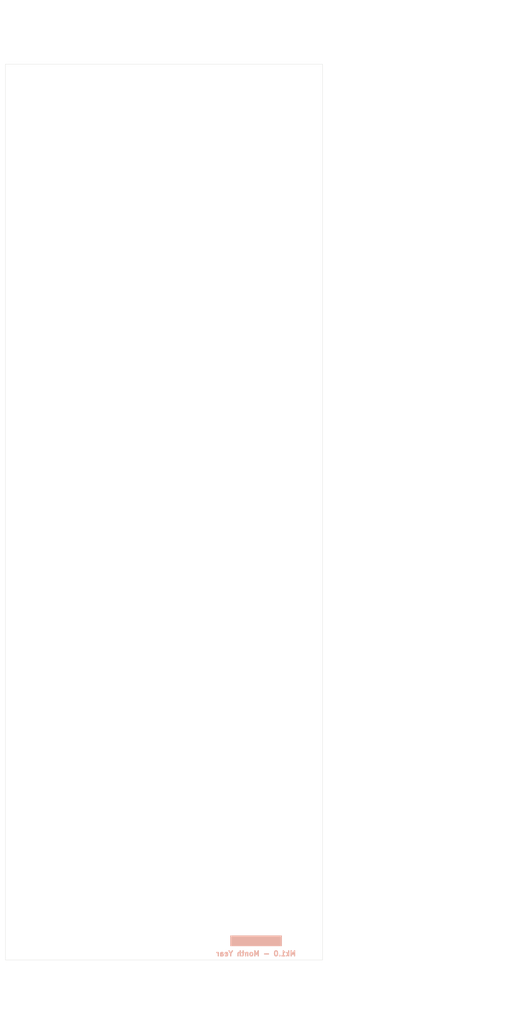
<source format=kicad_pcb>
(kicad_pcb
	(version 20240108)
	(generator "pcbnew")
	(generator_version "8.0")
	(general
		(thickness 1.6)
		(legacy_teardrops no)
	)
	(paper "A4" portrait)
	(title_block
		(rev "1")
		(company "DMH Instruments")
		(comment 1 "10cm Kosmo format synthesizer module PCB")
	)
	(layers
		(0 "F.Cu" signal)
		(31 "B.Cu" signal)
		(32 "B.Adhes" user "B.Adhesive")
		(33 "F.Adhes" user "F.Adhesive")
		(34 "B.Paste" user)
		(35 "F.Paste" user)
		(36 "B.SilkS" user "B.Silkscreen")
		(37 "F.SilkS" user "F.Silkscreen")
		(38 "B.Mask" user)
		(39 "F.Mask" user)
		(40 "Dwgs.User" user "User.Drawings")
		(41 "Cmts.User" user "User.Comments")
		(42 "Eco1.User" user "User.Eco1")
		(43 "Eco2.User" user "User.Eco2")
		(44 "Edge.Cuts" user)
		(45 "Margin" user)
		(46 "B.CrtYd" user "B.Courtyard")
		(47 "F.CrtYd" user "F.Courtyard")
		(48 "B.Fab" user)
		(49 "F.Fab" user)
		(50 "User.1" user "User.LayoutGuide")
		(51 "User.2" user)
		(52 "User.3" user)
		(53 "User.4" user)
		(54 "User.5" user)
		(55 "User.6" user)
		(56 "User.7" user)
		(57 "User.8" user)
		(58 "User.9" user "User.FrontPanelEdge")
	)
	(setup
		(stackup
			(layer "F.SilkS"
				(type "Top Silk Screen")
			)
			(layer "F.Paste"
				(type "Top Solder Paste")
			)
			(layer "F.Mask"
				(type "Top Solder Mask")
				(thickness 0.01)
			)
			(layer "F.Cu"
				(type "copper")
				(thickness 0.035)
			)
			(layer "dielectric 1"
				(type "core")
				(thickness 1.51)
				(material "FR4")
				(epsilon_r 4.5)
				(loss_tangent 0.02)
			)
			(layer "B.Cu"
				(type "copper")
				(thickness 0.035)
			)
			(layer "B.Mask"
				(type "Bottom Solder Mask")
				(thickness 0.01)
			)
			(layer "B.Paste"
				(type "Bottom Solder Paste")
			)
			(layer "B.SilkS"
				(type "Bottom Silk Screen")
			)
			(copper_finish "HAL lead-free")
			(dielectric_constraints no)
		)
		(pad_to_mask_clearance 0)
		(allow_soldermask_bridges_in_footprints no)
		(grid_origin 50 30)
		(pcbplotparams
			(layerselection 0x00010fc_ffffffff)
			(plot_on_all_layers_selection 0x0000000_00000000)
			(disableapertmacros no)
			(usegerberextensions no)
			(usegerberattributes yes)
			(usegerberadvancedattributes yes)
			(creategerberjobfile yes)
			(dashed_line_dash_ratio 12.000000)
			(dashed_line_gap_ratio 3.000000)
			(svgprecision 4)
			(plotframeref no)
			(viasonmask no)
			(mode 1)
			(useauxorigin no)
			(hpglpennumber 1)
			(hpglpenspeed 20)
			(hpglpendiameter 15.000000)
			(pdf_front_fp_property_popups yes)
			(pdf_back_fp_property_popups yes)
			(dxfpolygonmode yes)
			(dxfimperialunits yes)
			(dxfusepcbnewfont yes)
			(psnegative no)
			(psa4output no)
			(plotreference yes)
			(plotvalue yes)
			(plotfptext yes)
			(plotinvisibletext no)
			(sketchpadsonfab no)
			(subtractmaskfromsilk no)
			(outputformat 1)
			(mirror no)
			(drillshape 1)
			(scaleselection 1)
			(outputdirectory "")
		)
	)
	(net 0 "")
	(gr_rect
		(start 95 212.75)
		(end 105 214.75)
		(stroke
			(width 0.1)
			(type solid)
		)
		(fill solid)
		(layer "B.SilkS")
		(uuid "25d5093d-a66b-4d27-80d1-570cdcc8937b")
	)
	(gr_line
		(start 72.5 116.5)
		(end 72.5 123.5)
		(stroke
			(width 0.1)
			(type default)
		)
		(layer "Cmts.User")
		(uuid "03296b63-f1fb-4c27-83f2-31a17325fbd1")
	)
	(gr_line
		(start 117.2 209)
		(end 126.8 209)
		(stroke
			(width 0.1)
			(type default)
		)
		(layer "Cmts.User")
		(uuid "03fa5701-432e-4781-8506-fe18ac612176")
	)
	(gr_line
		(start 122 185.2)
		(end 122 194.8)
		(stroke
			(width 0.1)
			(type default)
		)
		(layer "Cmts.User")
		(uuid "046869e7-231c-4932-b703-157b73bed63c")
	)
	(gr_line
		(start 140 65.2)
		(end 140 74.8)
		(stroke
			(width 0.1)
			(type default)
		)
		(layer "Cmts.User")
		(uuid "051fe782-6d13-4b2a-9009-ace83ee4fbd2")
	)
	(gr_line
		(start 140 185.2)
		(end 140 194.8)
		(stroke
			(width 0.1)
			(type default)
		)
		(layer "Cmts.User")
		(uuid "0df5f386-57c8-4bf9-ab1c-b20dc516d68d")
	)
	(gr_circle
		(center 122 70)
		(end 126.8 70)
		(stroke
			(width 0.1)
			(type default)
		)
		(fill none)
		(layer "Cmts.User")
		(uuid "0f1f416f-8643-4f1c-829c-2867504dd552")
	)
	(gr_circle
		(center 140 70)
		(end 144.8 70)
		(stroke
			(width 0.1)
			(type default)
		)
		(fill none)
		(layer "Cmts.User")
		(uuid "162f991f-04b6-4c3c-a82a-6a46ab44233b")
	)
	(gr_line
		(start 117.2 171)
		(end 126.8 171)
		(stroke
			(width 0.1)
			(type default)
		)
		(layer "Cmts.User")
		(uuid "1ac5b439-a630-4a05-bdc6-6f5294bc55d6")
	)
	(gr_line
		(start 140 46.2)
		(end 140 55.8)
		(stroke
			(width 0.1)
			(type default)
		)
		(layer "Cmts.User")
		(uuid "1cdddfea-adeb-421f-84f6-ae90ec9028d3")
	)
	(gr_line
		(start 122 105.2)
		(end 122 114.8)
		(stroke
			(width 0.1)
			(type default)
		)
		(layer "Cmts.User")
		(uuid "1ffdbae5-ee4a-4c7d-911b-2b9a05e1e1fe")
	)
	(gr_line
		(start 72.5 146.15)
		(end 72.5 152.15)
		(stroke
			(width 0.1)
			(type default)
		)
		(layer "Cmts.User")
		(uuid "213599d7-7721-4733-b533-3f2eec23e887")
	)
	(gr_line
		(start 140 204.2)
		(end 140 213.8)
		(stroke
			(width 0.1)
			(type default)
		)
		(layer "Cmts.User")
		(uuid "226b857a-a3da-4887-a28b-bb8d9396617f")
	)
	(gr_circle
		(center 100 145)
		(end 100 148.5)
		(stroke
			(width 0.1)
			(type default)
		)
		(fill none)
		(layer "Cmts.User")
		(uuid "2abe52e6-e818-4fcc-a9f5-f41eefb817d8")
	)
	(gr_line
		(start 100 81.5)
		(end 100 88.5)
		(stroke
			(width 0.1)
			(type default)
		)
		(layer "Cmts.User")
		(uuid "2bff2995-cfb8-4797-8049-19c1efaaeed1")
	)
	(gr_line
		(start 96.5 205)
		(end 103.5 205)
		(stroke
			(width 0.1)
			(type default)
		)
		(layer "Cmts.User")
		(uuid "2e324d42-73f8-40fb-9e12-8309db147ff1")
	)
	(gr_circle
		(center 72.5 60.5)
		(end 72.5 64)
		(stroke
			(width 0.1)
			(type default)
		)
		(fill none)
		(layer "Cmts.User")
		(uuid "2ed1cd3d-5183-4b3f-84cb-590ee4c7fb47")
	)
	(gr_line
		(start 122 166.2)
		(end 122 175.8)
		(stroke
			(width 0.1)
			(type default)
		)
		(layer "Cmts.User")
		(uuid "31dc9388-25b8-412c-92fd-cce94964fe9e")
	)
	(gr_circle
		(center 140 89)
		(end 144.8 89)
		(stroke
			(width 0.1)
			(type default)
		)
		(fill none)
		(layer "Cmts.User")
		(uuid "347d27e1-207f-4af9-8a58-052522dc7da5")
	)
	(gr_line
		(start 72.5 206.15)
		(end 72.5 212.15)
		(stroke
			(width 0.1)
			(type default)
		)
		(layer "Cmts.User")
		(uuid "3e2860e4-7924-4a95-9d4b-3420aee97026")
	)
	(gr_circle
		(center 140 130)
		(end 144.8 130)
		(stroke
			(width 0.1)
			(type default)
		)
		(fill none)
		(layer "Cmts.User")
		(uuid "3f665360-89a5-4956-a825-d1758d6a68d1")
	)
	(gr_circle
		(center 72.5 120)
		(end 72.5 123.5)
		(stroke
			(width 0.1)
			(type default)
		)
		(fill none)
		(layer "Cmts.User")
		(uuid "441ca3c8-d448-496a-91d1-17c1c1dc5f37")
	)
	(gr_circle
		(center 140 171)
		(end 144.8 171)
		(stroke
			(width 0.1)
			(type default)
		)
		(fill none)
		(layer "Cmts.User")
		(uuid "4580f27b-65ec-460a-8ff9-5fd33413eae1")
	)
	(gr_line
		(start 122 204.2)
		(end 122 213.8)
		(stroke
			(width 0.1)
			(type default)
		)
		(layer "Cmts.User")
		(uuid "4823f392-2f44-4df2-b2e5-c4f80decfada")
	)
	(gr_line
		(start 117.2 89)
		(end 126.8 89)
		(stroke
			(width 0.1)
			(type default)
		)
		(layer "Cmts.User")
		(uuid "497e250d-fd0c-4290-b46b-eaecc6c207d4")
	)
	(gr_line
		(start 69 120)
		(end 76 120)
		(stroke
			(width 0.1)
			(type default)
		)
		(layer "Cmts.User")
		(uuid "4adc377e-641a-40d5-9efb-192ac29667a8")
	)
	(gr_line
		(start 100 201.5)
		(end 100 208.5)
		(stroke
			(width 0.1)
			(type default)
		)
		(layer "Cmts.User")
		(uuid "4b9ed16e-8b2d-498d-82f9-41e868f68fd1")
	)
	(gr_line
		(start 69.5 149.15)
		(end 75.5 149.15)
		(stroke
			(width 0.1)
			(type default)
		)
		(layer "Cmts.User")
		(uuid "4cc53d9f-d593-42c6-87a9-265cb78b8ce6")
	)
	(gr_circle
		(center 122 209)
		(end 126.8 209)
		(stroke
			(width 0.1)
			(type default)
		)
		(fill none)
		(layer "Cmts.User")
		(uuid "4d56450d-656a-4655-8487-07abd4a7c9f7")
	)
	(gr_line
		(start 135.2 89)
		(end 144.8 89)
		(stroke
			(width 0.1)
			(type default)
		)
		(layer "Cmts.User")
		(uuid "4da23109-1dc3-4e85-aff4-e71e43dde434")
	)
	(gr_circle
		(center 72.5 180.5)
		(end 72.5 184)
		(stroke
			(width 0.1)
			(type default)
		)
		(fill none)
		(layer "Cmts.User")
		(uuid "54160c74-23a1-4d25-8d23-9870e06b2efd")
	)
	(gr_line
		(start 135.2 51)
		(end 144.8 51)
		(stroke
			(width 0.1)
			(type default)
		)
		(layer "Cmts.User")
		(uuid "592c0c56-b9b2-4135-b696-62a915f7e4d8")
	)
	(gr_line
		(start 96.5 85)
		(end 103.5 85)
		(stroke
			(width 0.1)
			(type default)
		)
		(layer "Cmts.User")
		(uuid "6035e21e-6e30-4e1d-8904-ba1b4d846207")
	)
	(gr_line
		(start 96.5 145)
		(end 103.5 145)
		(stroke
			(width 0.1)
			(type default)
		)
		(layer "Cmts.User")
		(uuid "645d5a32-41ef-4970-993f-bbab7ad56e8c")
	)
	(gr_line
		(start 69 180.5)
		(end 76 180.5)
		(stroke
			(width 0.1)
			(type default)
		)
		(layer "Cmts.User")
		(uuid "6a892f2b-1105-4899-86fa-62d488aadc7b")
	)
	(gr_line
		(start 72.5 57)
		(end 72.5 64)
		(stroke
			(width 0.1)
			(type default)
		)
		(layer "Cmts.User")
		(uuid "6cb897bb-2869-445e-ab14-fc3626d73159")
	)
	(gr_line
		(start 135.2 209)
		(end 144.8 209)
		(stroke
			(width 0.1)
			(type default)
		)
		(layer "Cmts.User")
		(uuid "6d8e242d-42e8-4f7b-bc93-4fe64c581c9f")
	)
	(gr_line
		(start 100 141.5)
		(end 100 148.5)
		(stroke
			(width 0.1)
			(type default)
		)
		(layer "Cmts.User")
		(uuid "70542881-ef90-48af-9928-4f65e4669c3e")
	)
	(gr_line
		(start 117.2 149)
		(end 126.8 149)
		(stroke
			(width 0.1)
			(type default)
		)
		(layer "Cmts.User")
		(uuid "7119ce95-6ce1-4169-a48e-8ba5c0bbde88")
	)
	(gr_circle
		(center 140 51)
		(end 144.8 51)
		(stroke
			(width 0.1)
			(type default)
		)
		(fill none)
		(layer "Cmts.User")
		(uuid "735ccaa5-6f5e-40cc-8fca-55f4d98cccff")
	)
	(gr_circle
		(center 72.5 149.15)
		(end 75.5 149.15)
		(stroke
			(width 0.1)
			(type default)
		)
		(fill none)
		(layer "Cmts.User")
		(uuid "7b55584f-f8a0-4207-9dd7-e38596c53bd4")
	)
	(gr_circle
		(center 122 130)
		(end 126.8 130)
		(stroke
			(width 0.1)
			(type default)
		)
		(fill none)
		(layer "Cmts.User")
		(uuid "7dec6973-e089-49ca-9e79-1f3a60dbd5eb")
	)
	(gr_line
		(start 122 46.2)
		(end 122 55.8)
		(stroke
			(width 0.1)
			(type default)
		)
		(layer "Cmts.User")
		(uuid "7fa7cdff-6c24-47fb-8529-1d435ea4ee81")
	)
	(gr_line
		(start 135.2 149)
		(end 144.8 149)
		(stroke
			(width 0.1)
			(type default)
		)
		(layer "Cmts.User")
		(uuid "7fe89cef-c7ac-43d0-bde3-6c30563c2e50")
	)
	(gr_circle
		(center 122 110)
		(end 126.8 110)
		(stroke
			(width 0.1)
			(type default)
		)
		(fill none)
		(layer "Cmts.User")
		(uuid "8073afac-5f7f-48b5-87ff-38c99d5dd2e1")
	)
	(gr_line
		(start 117.2 70)
		(end 126.8 70)
		(stroke
			(width 0.1)
			(type default)
		)
		(layer "Cmts.User")
		(uuid "81c87b56-8fd5-47da-873e-577dbabb25de")
	)
	(gr_line
		(start 72.5 86.15)
		(end 72.5 92.15)
		(stroke
			(width 0.1)
			(type default)
		)
		(layer "Cmts.User")
		(uuid "82513024-6f60-4d20-b76f-67447d25536f")
	)
	(gr_line
		(start 135.2 110)
		(end 144.8 110)
		(stroke
			(width 0.1)
			(type default)
		)
		(layer "Cmts.User")
		(uuid "833b4ed5-478f-4a32-963b-8b94415967b5")
	)
	(gr_circle
		(center 140 209)
		(end 144.8 209)
		(stroke
			(width 0.1)
			(type default)
		)
		(fill none)
		(layer "Cmts.User")
		(uuid "85908601-09a1-46d4-bf17-a1971db4f43e")
	)
	(gr_line
		(start 122 65.2)
		(end 122 74.8)
		(stroke
			(width 0.1)
			(type default)
		)
		(layer "Cmts.User")
		(uuid "87d54e34-317c-4fae-84af-c107b25be309")
	)
	(gr_line
		(start 140 125.2)
		(end 140 134.8)
		(stroke
			(width 0.1)
			(type default)
		)
		(layer "Cmts.User")
		(uuid "88ea01e8-a090-47af-a185-c705aedb6412")
	)
	(gr_circle
		(center 122 51)
		(end 126.8 51)
		(stroke
			(width 0.1)
			(type default)
		)
		(fill none)
		(layer "Cmts.User")
		(uuid "89f1a560-f95a-4da9-820a-cd2818f6c649")
	)
	(gr_circle
		(center 140 190)
		(end 144.8 190)
		(stroke
			(width 0.1)
			(type default)
		)
		(fill none)
		(layer "Cmts.User")
		(uuid "8a2e75a3-b7fb-4e56-8f82-2d47d67679df")
	)
	(gr_circle
		(center 100 85)
		(end 100 88.5)
		(stroke
			(width 0.1)
			(type default)
		)
		(fill none)
		(layer "Cmts.User")
		(uuid "8c8eadb7-5375-45be-bfbb-21b7a82efe98")
	)
	(gr_line
		(start 135.2 171)
		(end 144.8 171)
		(stroke
			(width 0.1)
			(type default)
		)
		(layer "Cmts.User")
		(uuid "8c9d324a-d553-48bc-b16f-7db513359465")
	)
	(gr_circle
		(center 122 171)
		(end 126.8 171)
		(stroke
			(width 0.1)
			(type default)
		)
		(fill none)
		(layer "Cmts.User")
		(uuid "9e70ab9a-6dc9-4c0e-be66-2f8b9db2efe2")
	)
	(gr_line
		(start 69.5 209.15)
		(end 75.5 209.15)
		(stroke
			(width 0.1)
			(type default)
		)
		(layer "Cmts.User")
		(uuid "a161acb3-d612-4bd6-b542-5e00d82737a7")
	)
	(gr_line
		(start 117.2 130)
		(end 126.8 130)
		(stroke
			(width 0.1)
			(type default)
		)
		(layer "Cmts.User")
		(uuid "a261b9a1-92d9-45cb-970a-eba3f65ff316")
	)
	(gr_circle
		(center 72.5 89.15)
		(end 75.5 89.15)
		(stroke
			(width 0.1)
			(type default)
		)
		(fill none)
		(layer "Cmts.User")
		(uuid "a8e02e3c-a0d2-4f52-aa54-0fd91745911d")
	)
	(gr_line
		(start 140 84.2)
		(end 140 93.8)
		(stroke
			(width 0.1)
			(type default)
		)
		(layer "Cmts.User")
		(uuid "ab7a810d-45f5-4680-b58e-10af92fc740f")
	)
	(gr_line
		(start 140 144.2)
		(end 140 153.8)
		(stroke
			(width 0.1)
			(type default)
		)
		(layer "Cmts.User")
		(uuid "ac599877-7dba-4337-8c39-5ce6878041b1")
	)
	(gr_line
		(start 117.2 110)
		(end 126.8 110)
		(stroke
			(width 0.1)
			(type default)
		)
		(layer "Cmts.User")
		(uuid "b5f49cbe-de59-4be5-a1b4-fce7d056f0ea")
	)
	(gr_line
		(start 122 84.2)
		(end 122 93.8)
		(stroke
			(width 0.1)
			(type default)
		)
		(layer "Cmts.User")
		(uuid "b8d4bf14-0742-4b8e-99e8-4f40a627eab5")
	)
	(gr_line
		(start 117.2 51)
		(end 126.8 51)
		(stroke
			(width 0.1)
			(type default)
		)
		(layer "Cmts.User")
		(uuid "bf15fa50-4a7a-44a1-b45b-9eee73aafdc0")
	)
	(gr_circle
		(center 122 89)
		(end 126.8 89)
		(stroke
			(width 0.1)
			(type default)
		)
		(fill none)
		(layer "Cmts.User")
		(uuid "c4d902ef-bdbc-4efb-b44f-40ba62c81c71")
	)
	(gr_circle
		(center 122 149)
		(end 126.8 149)
		(stroke
			(width 0.1)
			(type default)
		)
		(fill none)
		(layer "Cmts.User")
		(uuid "c80248ef-1c1d-4783-ae10-0031745c2497")
	)
	(gr_line
		(start 135.2 70)
		(end 144.8 70)
		(stroke
			(width 0.1)
			(type default)
		)
		(layer "Cmts.User")
		(uuid "ca3df76d-1046-4e8b-b538-c51171dae431")
	)
	(gr_line
		(start 69 60.5)
		(end 76 60.5)
		(stroke
			(width 0.1)
			(type default)
		)
		(layer "Cmts.User")
		(uuid "cd337b60-421b-494b-9611-09f827f51743")
	)
	(gr_line
		(start 140 166.2)
		(end 140 175.8)
		(stroke
			(width 0.1)
			(type default)
		)
		(layer "Cmts.User")
		(uuid "d250a0c2-5797-4bae-99b9-544edddc9fd6")
	)
	(gr_circle
		(center 100 205)
		(end 100 208.5)
		(stroke
			(width 0.1)
			(type default)
		)
		(fill none)
		(layer "Cmts.User")
		(uuid "d2ac1ae4-d3bb-4e2e-8587-2d2288b07a28")
	)
	(gr_line
		(start 140 105.2)
		(end 140 114.8)
		(stroke
			(width 0.1)
			(type default)
		)
		(layer "Cmts.User")
		(uuid "d52b2baa-9493-4a42-959b-44f51ef61792")
	)
	(gr_circle
		(center 122 190)
		(end 126.8 190)
		(stroke
			(width 0.1)
			(type default)
		)
		(fill none)
		(layer "Cmts.User")
		(uuid "d90416f0-1436-4e70-b664-e3234e5ceccb")
	)
	(gr_line
		(start 135.2 130)
		(end 144.8 130)
		(stroke
			(width 0.1)
			(type default)
		)
		(layer "Cmts.User")
		(uuid "da8d5086-e9e1-4556-9c6b-43ff2f39cedd")
	)
	(gr_line
		(start 122 144.2)
		(end 122 153.8)
		(stroke
			(width 0.1)
			(type default)
		)
		(layer "Cmts.User")
		(uuid "db44eb5d-9365-4e81-82af-7d1c0f72e816")
	)
	(gr_circle
		(center 72.5 209.15)
		(end 75.5 209.15)
		(stroke
			(width 0.1)
			(type default)
		)
		(fill none)
		(layer "Cmts.User")
		(uuid "e8c9c537-86d8-47ab-86f9-0a6e7cf6d065")
	)
	(gr_line
		(start 122 125.2)
		(end 122 134.8)
		(stroke
			(width 0.1)
			(type default)
		)
		(layer "Cmts.User")
		(uuid "ea436849-29f1-449f-ab27-a57a5e1c236d")
	)
	(gr_line
		(start 117.2 190)
		(end 126.8 190)
		(stroke
			(width 0.1)
			(type default)
		)
		(layer "Cmts.User")
		(uuid "ea8ce40b-e0cb-44a4-a9c8-2c1a68632463")
	)
	(gr_line
		(start 72.5 177)
		(end 72.5 184)
		(stroke
			(width 0.1)
			(type default)
		)
		(layer "Cmts.User")
		(uuid "eb72274a-e08f-4eec-8f79-d957ba066c58")
	)
	(gr_circle
		(center 140 149)
		(end 144.8 149)
		(stroke
			(width 0.1)
			(type default)
		)
		(fill none)
		(layer "Cmts.User")
		(uuid "ee317550-bdd7-4fe7-af3a-264902da6c9e")
	)
	(gr_line
		(start 69.5 89.15)
		(end 75.5 89.15)
		(stroke
			(width 0.1)
			(type default)
		)
		(layer "Cmts.User")
		(uuid "f3a33a4f-bba7-4624-98c1-56f2569c7562")
	)
	(gr_line
		(start 135.2 190)
		(end 144.8 190)
		(stroke
			(width 0.1)
			(type default)
		)
		(layer "Cmts.User")
		(uuid "f4c17477-b7a6-47b8-b7fe-ca263d07c024")
	)
	(gr_circle
		(center 140 110)
		(end 144.8 110)
		(stroke
			(width 0.1)
			(type default)
		)
		(fill none)
		(layer "Cmts.User")
		(uuid "f64d7b30-137d-4405-9032-0c29e4b9f02b")
	)
	(gr_rect
		(start 51 42.5)
		(end 113 217.5)
		(stroke
			(width 0.05)
			(type default)
		)
		(fill none)
		(layer "Edge.Cuts")
		(uuid "b3c2b746-7928-4430-9218-c5517ec26bc0")
	)
	(gr_rect
		(start 50 30)
		(end 150 230)
		(stroke
			(width 0.1)
			(type default)
		)
		(fill none)
		(layer "User.9")
		(uuid "00a9661b-bc4e-493a-9a57-d5b24a34753b")
	)
	(gr_text "Mk1.0 - Month Year"
		(at 100 216.25 0)
		(layer "B.SilkS")
		(uuid "63c8ad94-a0f8-460c-ac3a-e449a72cd50c")
		(effects
			(font
				(size 1 1)
				(thickness 0.25)
				(bold yes)
			)
			(justify mirror)
		)
	)
)

</source>
